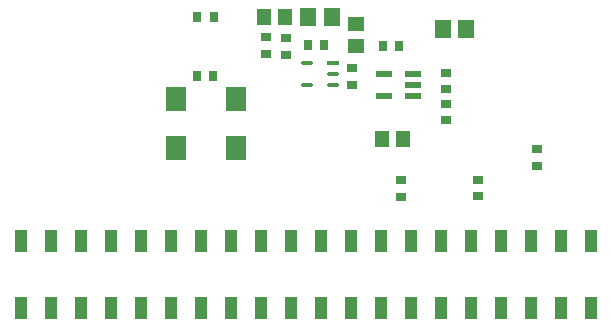
<source format=gbp>
G04*
G04 #@! TF.GenerationSoftware,Altium Limited,Altium Designer,19.0.10 (269)*
G04*
G04 Layer_Color=128*
%FSLAX25Y25*%
%MOIN*%
G70*
G01*
G75*
%ADD15R,0.03150X0.03543*%
%ADD16R,0.03543X0.03150*%
%ADD17R,0.04724X0.05512*%
%ADD19R,0.05512X0.05906*%
%ADD43R,0.03937X0.01575*%
%ADD44O,0.03937X0.01575*%
%ADD45R,0.05800X0.02200*%
%ADD46R,0.07087X0.07874*%
%ADD47R,0.05512X0.04724*%
%ADD48R,0.04016X0.07480*%
D15*
X302016Y306880D02*
D03*
X296504D02*
D03*
X296554Y326460D02*
D03*
X302066D02*
D03*
X363936Y316780D02*
D03*
X358424D02*
D03*
X339036Y317170D02*
D03*
X333524D02*
D03*
D16*
X364620Y271966D02*
D03*
Y266454D02*
D03*
X390180Y266658D02*
D03*
Y272170D02*
D03*
X348184Y303740D02*
D03*
Y309252D02*
D03*
X319410Y314108D02*
D03*
Y319620D02*
D03*
X326290Y313824D02*
D03*
Y319336D02*
D03*
X379590Y292010D02*
D03*
Y297522D02*
D03*
X379650Y307746D02*
D03*
Y302234D02*
D03*
X409870Y282257D02*
D03*
Y276745D02*
D03*
D17*
X358177Y285660D02*
D03*
X365263D02*
D03*
X318943Y326500D02*
D03*
X326030D02*
D03*
D19*
X386297Y322480D02*
D03*
X378423D02*
D03*
X341437Y326460D02*
D03*
X333563D02*
D03*
D43*
X341800Y311220D02*
D03*
D44*
Y307480D02*
D03*
Y303740D02*
D03*
X333139Y311220D02*
D03*
Y303740D02*
D03*
D45*
X359040Y307540D02*
D03*
Y300060D02*
D03*
X368440D02*
D03*
Y303800D02*
D03*
Y307540D02*
D03*
D46*
X309410Y282572D02*
D03*
X289410D02*
D03*
Y299108D02*
D03*
X309410D02*
D03*
D47*
X349580Y323973D02*
D03*
Y316887D02*
D03*
D48*
X237760Y229399D02*
D03*
Y251840D02*
D03*
X247760Y229399D02*
D03*
Y251840D02*
D03*
X257760Y229399D02*
D03*
Y251840D02*
D03*
X267760Y229399D02*
D03*
Y251840D02*
D03*
X277760Y229399D02*
D03*
Y251840D02*
D03*
X287760Y229399D02*
D03*
Y251840D02*
D03*
X297760Y229399D02*
D03*
Y251840D02*
D03*
X307760Y229399D02*
D03*
Y251840D02*
D03*
X317760Y229399D02*
D03*
Y251840D02*
D03*
X327760Y229399D02*
D03*
Y251840D02*
D03*
X337760Y229399D02*
D03*
Y251840D02*
D03*
X347760Y229399D02*
D03*
Y251840D02*
D03*
X357760Y229399D02*
D03*
Y251840D02*
D03*
X367760Y229399D02*
D03*
Y251840D02*
D03*
X377760Y229399D02*
D03*
Y251840D02*
D03*
X387760Y229399D02*
D03*
Y251840D02*
D03*
X397760Y229399D02*
D03*
Y251840D02*
D03*
X407760Y229399D02*
D03*
Y251840D02*
D03*
X427760D02*
D03*
Y229399D02*
D03*
X417760Y251840D02*
D03*
Y229399D02*
D03*
M02*

</source>
